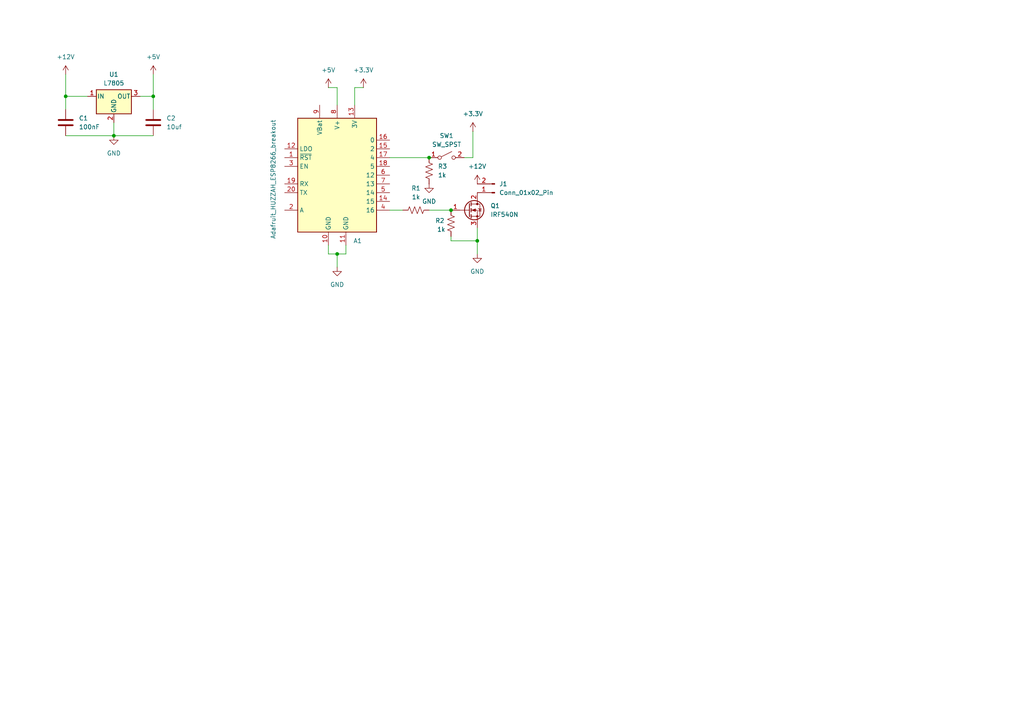
<source format=kicad_sch>
(kicad_sch (version 20250114) (generator "eeschema") (generator_version "9.0")
  (paper "A4")
  (lib_symbols
    (symbol "Connector:Conn_01x02_Pin" (pin_names (offset 1.016) (hide yes))
      (property "Reference" "J" (at 0 2.54 0))
      (property "Value" "Conn_01x02_Pin" (at 0 -5.08 0))
      (symbol "Conn_01x02_Pin_1_1"
        (rectangle (start 0.8636 0.127) (end 0 -0.127) (stroke (width 0.1524)) (fill (type outline)))
        (rectangle (start 0.8636 -2.413) (end 0 -2.667) (stroke (width 0.1524)) (fill (type outline)))
        (polyline (pts (xy 1.27 0) (xy 0.8636 0)) (stroke (width 0.1524)))
        (polyline (pts (xy 1.27 -2.54) (xy 0.8636 -2.54)) (stroke (width 0.1524)))
        (pin passive line (at 5.08 0 180) (length 3.81) (name "Pin_1") (number "1"))
        (pin passive line (at 5.08 -2.54 180) (length 3.81) (name "Pin_2") (number "2"))
      )
    )
    (symbol "Device:C" (pin_numbers (hide yes)) (pin_names (offset 0.254))
      (property "Reference" "C" (at 0.635 2.54 0))
      (property "Value" "C" (at 0.635 -2.54 0))
      (symbol "C_0_1"
        (polyline (pts (xy -2.032 0.762) (xy 2.032 0.762)) (stroke (width 0.508)))
        (polyline (pts (xy -2.032 -0.762) (xy 2.032 -0.762)) (stroke (width 0.508)))
      )
      (symbol "C_1_1"
        (pin passive line (at 0 3.81 270) (length 2.794) (name "~") (number "1"))
        (pin passive line (at 0 -3.81 90) (length 2.794) (name "~") (number "2"))
      )
    )
    (symbol "Device:R_US" (pin_numbers (hide yes)) (pin_names (offset 0))
      (property "Reference" "R" (at 2.54 0 90))
      (property "Value" "R_US" (at -2.54 0 90))
      (symbol "R_US_0_1"
        (polyline (pts (xy 0 2.286) (xy 0 2.54)))
        (polyline (pts (xy 0 2.286) (xy 1.016 1.905) (xy 0 1.524) (xy -1.016 1.143) (xy 0 0.762)))
        (polyline (pts (xy 0 0.762) (xy 1.016 0.381) (xy 0 0) (xy -1.016 -0.381) (xy 0 -0.762)))
        (polyline (pts (xy 0 -0.762) (xy 1.016 -1.143) (xy 0 -1.524) (xy -1.016 -1.905) (xy 0 -2.286)))
        (polyline (pts (xy 0 -2.286) (xy 0 -2.54)))
      )
      (symbol "R_US_1_1"
        (pin passive line (at 0 3.81 270) (length 1.27) (name "~") (number "1"))
        (pin passive line (at 0 -3.81 90) (length 1.27) (name "~") (number "2"))
      )
    )
    (symbol "MCU_Module:Adafruit_HUZZAH_ESP8266_breakout"
      (property "Reference" "A" (at 7.62 19.05 0))
      (property "Value" "Adafruit_HUZZAH_ESP8266_breakout" (at 3.81 -19.05 0))
      (symbol "Adafruit_HUZZAH_ESP8266_breakout_0_1"
        (rectangle (start -11.43 16.51) (end 11.43 -16.51) (stroke (width 0.254)) (fill (type background)))
      )
      (symbol "Adafruit_HUZZAH_ESP8266_breakout_1_1"
        (pin input line (at -15.24 7.62 0) (length 3.81) (name "LDO") (number "12"))
        (pin input line (at -15.24 5.08 0) (length 3.81) (name "~{RST}") (number "1"))
        (pin input line (at -15.24 2.54 0) (length 3.81) (name "EN") (number "3"))
        (pin input line (at -15.24 -2.54 0) (length 3.81) (name "RX") (number "19"))
        (pin output line (at -15.24 -5.08 0) (length 3.81) (name "TX") (number "20"))
        (pin input line (at -15.24 -10.16 0) (length 3.81) (name "A") (number "2"))
        (pin power_in line (at -5.08 20.32 270) (length 3.81) (name "VBat") (number "9"))
        (pin power_in line (at -2.54 -20.32 90) (length 3.81) (name "GND") (number "10"))
        (pin power_in line (at 0 20.32 270) (length 3.81) (name "V+") (number "8"))
        (pin power_in line (at 2.54 -20.32 90) (length 3.81) (name "GND") (number "11"))
        (pin power_out line (at 5.08 20.32 270) (length 3.81) (name "3V") (number "13"))
        (pin bidirectional line (at 15.24 10.16 180) (length 3.81) (name "0") (number "16"))
        (pin bidirectional line (at 15.24 7.62 180) (length 3.81) (name "2") (number "15"))
        (pin bidirectional line (at 15.24 5.08 180) (length 3.81) (name "4") (number "17"))
        (pin bidirectional line (at 15.24 2.54 180) (length 3.81) (name "5") (number "18"))
        (pin bidirectional line (at 15.24 0 180) (length 3.81) (name "12") (number "6"))
        (pin bidirectional line (at 15.24 -2.54 180) (length 3.81) (name "13") (number "7"))
        (pin bidirectional line (at 15.24 -5.08 180) (length 3.81) (name "14") (number "5"))
        (pin bidirectional line (at 15.24 -7.62 180) (length 3.81) (name "15") (number "14"))
        (pin bidirectional line (at 15.24 -10.16 180) (length 3.81) (name "16") (number "4"))
      )
    )
    (symbol "Regulator_Linear:L7805" (pin_names (offset 0.254))
      (property "Reference" "U" (at -3.81 3.175 0))
      (property "Value" "L7805" (at 0 3.175 0))
      (symbol "L7805_0_1"
        (rectangle (start -5.08 1.905) (end 5.08 -5.08) (stroke (width 0.254)) (fill (type background)))
      )
      (symbol "L7805_1_1"
        (pin power_in line (at -7.62 0 0) (length 2.54) (name "IN") (number "1"))
        (pin power_in line (at 0 -7.62 90) (length 2.54) (name "GND") (number "2"))
        (pin power_out line (at 7.62 0 180) (length 2.54) (name "OUT") (number "3"))
      )
    )
    (symbol "Switch:SW_SPST" (pin_names (offset 0) (hide yes))
      (property "Reference" "SW" (at 0 3.175 0))
      (property "Value" "SW_SPST" (at 0 -2.54 0))
      (symbol "SW_SPST_0_0"
        (circle (center -2.032 0) (radius 0.508))
        (polyline (pts (xy -1.524 0.254) (xy 1.524 1.778)))
        (circle (center 2.032 0) (radius 0.508))
      )
      (symbol "SW_SPST_1_1"
        (pin passive line (at -5.08 0 0) (length 2.54) (name "A") (number "1"))
        (pin passive line (at 5.08 0 180) (length 2.54) (name "B") (number "2"))
      )
    )
    (symbol "Transistor_FET:IRF540N" (pin_names (hide yes))
      (property "Reference" "Q" (at 5.08 1.905 0))
      (property "Value" "IRF540N" (at 5.08 0 0))
      (symbol "IRF540N_0_1"
        (polyline (pts (xy 0.254 1.905) (xy 0.254 -1.905)) (stroke (width 0.254)))
        (polyline (pts (xy 0.254 0) (xy -2.54 0)))
        (polyline (pts (xy 0.762 2.286) (xy 0.762 1.27)) (stroke (width 0.254)))
        (polyline (pts (xy 0.762 0.508) (xy 0.762 -0.508)) (stroke (width 0.254)))
        (polyline (pts (xy 0.762 -1.27) (xy 0.762 -2.286)) (stroke (width 0.254)))
        (polyline (pts (xy 0.762 -1.778) (xy 3.302 -1.778) (xy 3.302 1.778) (xy 0.762 1.778)))
        (polyline (pts (xy 1.016 0) (xy 2.032 0.381) (xy 2.032 -0.381) (xy 1.016 0)) (fill (type outline)))
        (circle (center 1.651 0) (radius 2.794) (stroke (width 0.254)))
        (polyline (pts (xy 2.54 2.54) (xy 2.54 1.778)))
        (circle (center 2.54 1.778) (radius 0.254) (fill (type outline)))
        (circle (center 2.54 -1.778) (radius 0.254) (fill (type outline)))
        (polyline (pts (xy 2.54 -2.54) (xy 2.54 0) (xy 0.762 0)))
        (polyline (pts (xy 2.794 0.508) (xy 2.921 0.381) (xy 3.683 0.381) (xy 3.81 0.254)))
        (polyline (pts (xy 3.302 0.381) (xy 2.921 -0.254) (xy 3.683 -0.254) (xy 3.302 0.381)))
      )
      (symbol "IRF540N_1_1"
        (pin input line (at -5.08 0 0) (length 2.54) (name "G") (number "1"))
        (pin passive line (at 2.54 5.08 270) (length 2.54) (name "D") (number "2"))
        (pin passive line (at 2.54 -5.08 90) (length 2.54) (name "S") (number "3"))
      )
    )
    (symbol "power:+12V" (power) (pin_numbers (hide yes)) (pin_names (offset 0) (hide yes))
      (property "Value" "+12V" (at 0 3.556 0))
      (symbol "+12V_0_1"
        (polyline (pts (xy -0.762 1.27) (xy 0 2.54)))
        (polyline (pts (xy 0 2.54) (xy 0.762 1.27)))
        (polyline (pts (xy 0 0) (xy 0 2.54)))
      )
      (symbol "+12V_1_1"
        (pin power_in line (at 0 0 90) (length 0) (name "~") (number "1"))
      )
    )
    (symbol "power:+3.3V" (power) (pin_numbers (hide yes)) (pin_names (offset 0) (hide yes))
      (property "Value" "+3.3V" (at 0 3.556 0))
      (symbol "+3.3V_0_1"
        (polyline (pts (xy -0.762 1.27) (xy 0 2.54)))
        (polyline (pts (xy 0 2.54) (xy 0.762 1.27)))
        (polyline (pts (xy 0 0) (xy 0 2.54)))
      )
      (symbol "+3.3V_1_1"
        (pin power_in line (at 0 0 90) (length 0) (name "~") (number "1"))
      )
    )
    (symbol "power:+5V" (power) (pin_numbers (hide yes)) (pin_names (offset 0) (hide yes))
      (property "Value" "+5V" (at 0 3.556 0))
      (symbol "+5V_0_1"
        (polyline (pts (xy -0.762 1.27) (xy 0 2.54)))
        (polyline (pts (xy 0 2.54) (xy 0.762 1.27)))
        (polyline (pts (xy 0 0) (xy 0 2.54)))
      )
      (symbol "+5V_1_1"
        (pin power_in line (at 0 0 90) (length 0) (name "~") (number "1"))
      )
    )
    (symbol "power:GND" (power) (pin_numbers (hide yes)) (pin_names (offset 0) (hide yes))
      (property "Value" "GND" (at 0 -3.81 0))
      (symbol "GND_0_1"
        (polyline (pts (xy 0 0) (xy 0 -1.27) (xy 1.27 -1.27) (xy 0 -2.54) (xy -1.27 -1.27) (xy 0 -1.27)))
      )
      (symbol "GND_1_1"
        (pin power_in line (at 0 0 270) (length 0) (name "~") (number "1"))
      )
    )
  )
  (junction (at 44.45 27.94))
  (junction (at 138.43 69.85))
  (junction (at 19.05 27.94))
  (junction (at 33.02 39.37))
  (junction (at 97.79 73.66))
  (junction (at 130.81 60.96))
  (junction (at 124.46 45.72))
  (wire (pts (xy 124.46 60.96) (xy 130.81 60.96)))
  (wire (pts (xy 44.45 39.37) (xy 33.02 39.37)))
  (wire (pts (xy 19.05 31.75) (xy 19.05 27.94)))
  (wire (pts (xy 44.45 31.75) (xy 44.45 27.94)))
  (wire (pts (xy 97.79 77.47) (xy 97.79 73.66)))
  (wire (pts (xy 138.43 69.85) (xy 138.43 66.04)))
  (wire (pts (xy 19.05 27.94) (xy 25.4 27.94)))
  (wire (pts (xy 137.16 38.1) (xy 137.16 45.72)))
  (wire (pts (xy 97.79 73.66) (xy 100.33 73.66)))
  (wire (pts (xy 44.45 27.94) (xy 44.45 21.59)))
  (wire (pts (xy 105.41 25.4) (xy 102.87 25.4)))
  (wire (pts (xy 95.25 71.12) (xy 95.25 73.66)))
  (wire (pts (xy 44.45 27.94) (xy 40.64 27.94)))
  (wire (pts (xy 100.33 73.66) (xy 100.33 71.12)))
  (wire (pts (xy 97.79 25.4) (xy 97.79 30.48)))
  (wire (pts (xy 137.16 45.72) (xy 134.62 45.72)))
  (wire (pts (xy 130.81 69.85) (xy 138.43 69.85)))
  (wire (pts (xy 33.02 35.56) (xy 33.02 39.37)))
  (wire (pts (xy 102.87 25.4) (xy 102.87 30.48)))
  (wire (pts (xy 19.05 21.59) (xy 19.05 27.94)))
  (wire (pts (xy 124.46 45.72) (xy 113.03 45.72)))
  (wire (pts (xy 116.84 60.96) (xy 113.03 60.96)))
  (wire (pts (xy 95.25 25.4) (xy 97.79 25.4)))
  (wire (pts (xy 19.05 39.37) (xy 33.02 39.37)))
  (wire (pts (xy 95.25 73.66) (xy 97.79 73.66)))
  (wire (pts (xy 138.43 73.66) (xy 138.43 69.85)))
  (wire (pts (xy 130.81 68.58) (xy 130.81 69.85)))
  (symbol (lib_id "power:+3.3V") (at 137.16 38.1 0) (unit 1)
    (property "Reference" "#PWR010" (effects (hide yes)))
    (property "Value" "+3.3V" (at 137.16 33.02 0))
    (property "Description" "Power symbol creates a global label with name \"+3.3V\"" (effects (hide yes)))
  )
  (symbol (lib_id "MCU_Module:Adafruit_HUZZAH_ESP8266_breakout") (at 97.79 50.8 0) (unit 1)
    (property "Reference" "A1" (at 102.4733 69.85 0) (effects (justify left)))
    (property "Value" "Adafruit_HUZZAH_ESP8266_breakout" (at 79.248 69.342 90) (effects (justify left)))
    (property "Footprint" "Module:Adafruit_HUZZAH_ESP8266_breakout" (effects (hide yes)))
    (property "Datasheet" "https://www.adafruit.com/product/2471" (effects (hide yes)))
    (property "Description" "32-bit microcontroller module with WiFi" (effects (hide yes)))
  )
  (symbol (lib_id "Device:R_US") (at 124.46 49.53 180) (unit 1)
    (property "Reference" "R3" (at 127 48.2599 0) (effects (justify right)))
    (property "Value" "1k" (at 127 50.7999 0) (effects (justify right)))
    (property "Description" "Resistor, US symbol" (effects (hide yes)))
  )
  (symbol (lib_id "power:GND") (at 97.79 77.47 0) (unit 1)
    (property "Reference" "#PWR09" (effects (hide yes)))
    (property "Value" "GND" (at 97.79 82.55 0))
    (property "Description" "Power symbol creates a global label with name \"GND\" , ground" (effects (hide yes)))
  )
  (symbol (lib_id "power:GND") (at 138.43 73.66 0) (unit 1)
    (property "Reference" "#PWR05" (effects (hide yes)))
    (property "Value" "GND" (at 138.43 78.74 0))
    (property "Description" "Power symbol creates a global label with name \"GND\" , ground" (effects (hide yes)))
  )
  (symbol (lib_id "Switch:SW_SPST") (at 129.54 45.72 0) (unit 1)
    (property "Reference" "SW1" (at 129.54 39.37 0))
    (property "Value" "SW_SPST" (at 129.54 41.91 0))
    (property "Description" "Single Pole Single Throw (SPST) switch" (effects (hide yes)))
  )
  (symbol (lib_id "power:+5V") (at 95.25 25.4 0) (unit 1)
    (property "Reference" "#PWR02" (effects (hide yes)))
    (property "Value" "+5V" (at 95.25 20.32 0))
    (property "Description" "Power symbol creates a global label with name \"+5V\"" (effects (hide yes)))
  )
  (symbol (lib_id "Device:C") (at 44.45 35.56 0) (unit 1)
    (property "Reference" "C2" (at 48.26 34.2899 0) (effects (justify left)))
    (property "Value" "10uf" (at 48.26 36.8299 0) (effects (justify left)))
    (property "Description" "Unpolarized capacitor" (effects (hide yes)))
  )
  (symbol (lib_id "power:+12V") (at 19.05 21.59 0) (unit 1)
    (property "Reference" "#PWR01" (effects (hide yes)))
    (property "Value" "+12V" (at 19.05 16.51 0))
    (property "Description" "Power symbol creates a global label with name \"+12V\"" (effects (hide yes)))
  )
  (symbol (lib_id "Regulator_Linear:L7805") (at 33.02 27.94 0) (unit 1)
    (property "Reference" "U1" (at 33.02 21.59 0))
    (property "Value" "L7805" (at 33.02 24.13 0))
    (property "Footprint" "Package_TO_SOT_THT:TO-220-3_Horizontal_TabDown" (effects (hide yes)))
    (property "Datasheet" "http://www.st.com/content/ccc/resource/technical/document/datasheet/41/4f/b3/b0/12/d4/47/88/CD00000444.pdf/files/CD00000444.pdf/jcr:content/translations/en.CD00000444.pdf" (effects (hide yes)))
    (property "Description" "Positive 1.5A 35V Linear Regulator, Fixed Output 5V, TO-220/TO-263/TO-252" (effects (hide yes)))
  )
  (symbol (lib_id "power:+12V") (at 138.43 53.34 0) (unit 1)
    (property "Reference" "#PWR04" (effects (hide yes)))
    (property "Value" "+12V" (at 138.43 48.26 0))
    (property "Description" "Power symbol creates a global label with name \"+12V\"" (effects (hide yes)))
  )
  (symbol (lib_id "power:+5V") (at 44.45 21.59 0) (unit 1)
    (property "Reference" "#PWR03" (effects (hide yes)))
    (property "Value" "+5V" (at 44.45 16.51 0))
    (property "Description" "Power symbol creates a global label with name \"+5V\"" (effects (hide yes)))
  )
  (symbol (lib_id "Device:R_US") (at 130.81 64.77 180) (unit 1)
    (property "Reference" "R2" (at 126.238 64.008 0) (effects (justify right)))
    (property "Value" "1k" (at 126.746 66.548 0) (effects (justify right)))
    (property "Description" "Resistor, US symbol" (effects (hide yes)))
  )
  (symbol (lib_id "power:GND") (at 33.02 39.37 0) (unit 1)
    (property "Reference" "#PWR06" (effects (hide yes)))
    (property "Value" "GND" (at 33.02 44.45 0))
    (property "Description" "Power symbol creates a global label with name \"GND\" , ground" (effects (hide yes)))
  )
  (symbol (lib_id "Device:C") (at 19.05 35.56 0) (unit 1)
    (property "Reference" "C1" (at 22.86 34.2899 0) (effects (justify left)))
    (property "Value" "100nF" (at 22.86 36.8299 0) (effects (justify left)))
    (property "Description" "Unpolarized capacitor" (effects (hide yes)))
  )
  (symbol (lib_id "power:GND") (at 124.46 53.34 0) (unit 1)
    (property "Reference" "#PWR08" (effects (hide yes)))
    (property "Value" "GND" (at 124.46 58.42 0))
    (property "Description" "Power symbol creates a global label with name \"GND\" , ground" (effects (hide yes)))
  )
  (symbol (lib_id "Device:R_US") (at 120.65 60.96 90) (unit 1)
    (property "Reference" "R1" (at 120.65 54.61 90))
    (property "Value" "1k" (at 120.65 57.15 90))
    (property "Description" "Resistor, US symbol" (effects (hide yes)))
  )
  (symbol (lib_id "power:+3.3V") (at 105.41 25.4 0) (unit 1)
    (property "Reference" "#PWR07" (effects (hide yes)))
    (property "Value" "+3.3V" (at 105.41 20.32 0))
    (property "Description" "Power symbol creates a global label with name \"+3.3V\"" (effects (hide yes)))
  )
  (symbol (lib_id "Connector:Conn_01x02_Pin") (at 143.51 55.88 180) (unit 1)
    (property "Reference" "J1" (at 144.78 53.3399 0) (effects (justify right)))
    (property "Value" "Conn_01x02_Pin" (at 144.78 55.88 0) (effects (justify right)))
    (property "Description" "Generic connector, single row, 01x02, script generated" (effects (hide yes)))
  )
  (symbol (lib_id "Transistor_FET:IRF540N") (at 135.89 60.96 0) (unit 1)
    (property "Reference" "Q1" (at 142.24 59.6899 0) (effects (justify left)))
    (property "Value" "IRF540N" (at 142.24 62.2299 0) (effects (justify left)))
    (property "Footprint" "Package_TO_SOT_THT:TO-220-3_Vertical" (effects (hide yes)))
    (property "Datasheet" "http://www.irf.com/product-info/datasheets/data/irf540n.pdf" (effects (hide yes)))
    (property "Description" "33A Id, 100V Vds, HEXFET N-Channel MOSFET, TO-220" (effects (hide yes)))
  )
)
</source>
